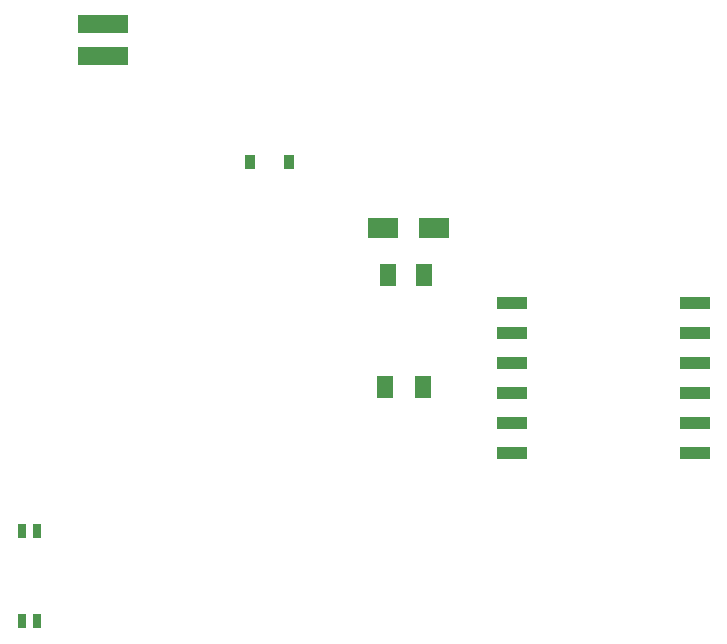
<source format=gtp>
G04*
G04 #@! TF.GenerationSoftware,Altium Limited,Altium Designer,20.0.13 (296)*
G04*
G04 Layer_Color=8421504*
%FSLAX44Y44*%
%MOMM*%
G71*
G01*
G75*
%ADD22R,0.9100X1.2200*%
%ADD23R,0.7600X1.2700*%
%ADD24R,2.5000X1.0000*%
%ADD25R,1.3500X1.8500*%
%ADD26R,1.3500X1.9000*%
%ADD27R,4.3000X1.6000*%
%ADD28R,2.6500X1.7500*%
D22*
X2840830Y601980D02*
D03*
X2808130D02*
D03*
D23*
X2614930Y289560D02*
D03*
X2627630D02*
D03*
Y213360D02*
D03*
X2614930D02*
D03*
D24*
X3030220Y482600D02*
D03*
Y457200D02*
D03*
Y431800D02*
D03*
Y406400D02*
D03*
Y381000D02*
D03*
Y355600D02*
D03*
X3185220D02*
D03*
Y381000D02*
D03*
Y406400D02*
D03*
Y431800D02*
D03*
Y457200D02*
D03*
Y482600D02*
D03*
D25*
X2924800Y506730D02*
D03*
X2955300D02*
D03*
D26*
X2954780Y411480D02*
D03*
X2922780D02*
D03*
D27*
X2683510Y691820D02*
D03*
Y718820D02*
D03*
D28*
X2964090Y546100D02*
D03*
X2921090D02*
D03*
M02*

</source>
